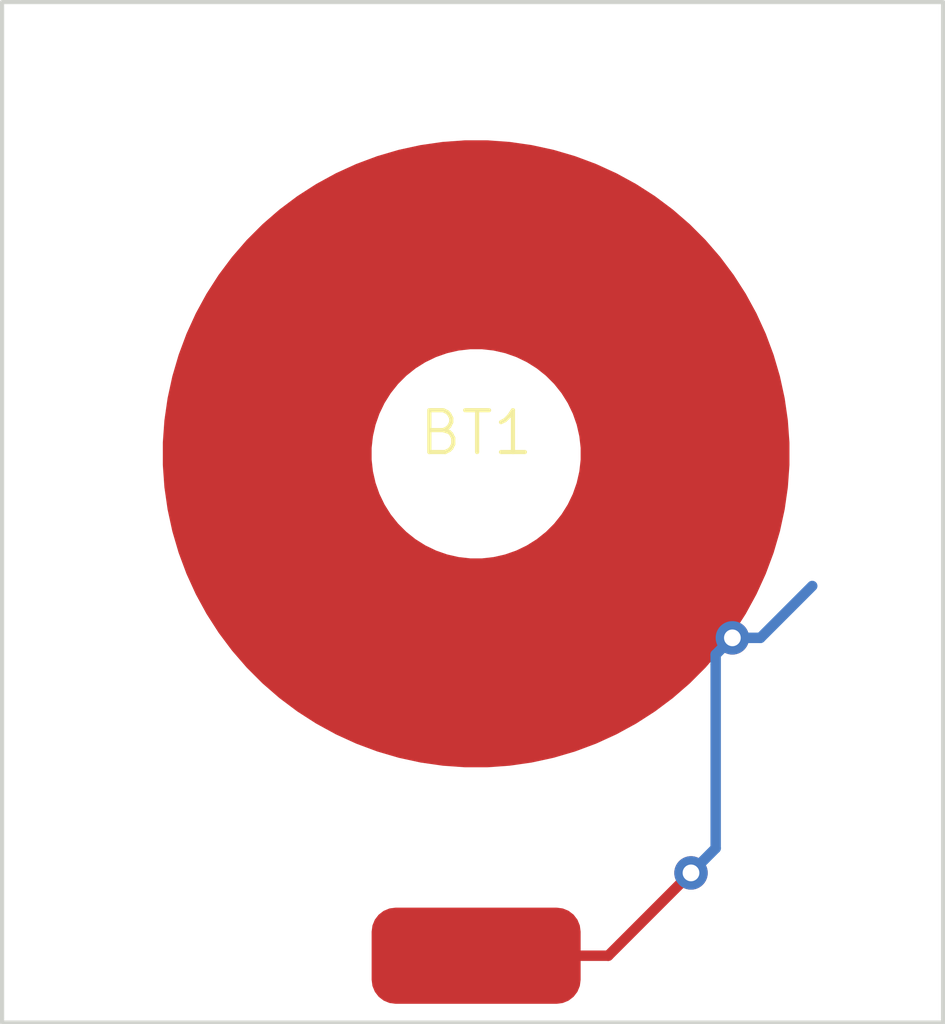
<source format=kicad_pcb>
(kicad_pcb (version 20221018) (generator pcbnew)
  (layers (0 "F.Cu" signal) (31 "B.Cu" signal) (34 "B.Paste" user) (35 "F.Paste" user) (36 "B.SilkS" user "B.Silkscreen") (37 "F.SilkS" user "F.Silkscreen") (38 "B.Mask" user) (39 "F.Mask" user) (44 "Edge.Cuts" user))
  (net 0 "")
  (net 1 "unconnected-(BT1-+-Pad1)")
  (footprint "repo:LIR2032" (layer "F.Cu") (at 26.23 25.23)
    (fp_text reference "BT1" (at 0 -0.5 unlocked) (layer "F.SilkS") (effects (font (thickness 0.1))))
    (fp_text value "LIR2032")
    (pad "1" smd roundrect (at 0 12) (size 5 2.3) (layers "F.Cu" "F.Mask") (net 1 "unconnected-(BT1-+-Pad1)"))
    (pad "2" smd custom (at 0 0) (size 0.001 0.001) (layers "F.Cu" "F.Paste" "F.Mask") (options (clearance outline) (anchor circle)) (primitives (gr_circle (center 0 0) (end 5 0) (width 5) (fill none))))
  )
  (gr_rect (start 14.89 14.43) (end 37.4 38.83) (stroke (width 0.1)) (fill none) (layer "Edge.Cuts"))
  (segment (start 26.23 37.23) (end 29.39 37.23) (width 0.25) (layer "F.Cu") (net 1))
  (segment (start 29.39 37.23) (end 31.37 35.25) (width 0.25) (layer "F.Cu") (net 1))
  (via (at 31.37 35.25) (size 0.8) (drill 0.4) (layers "F.Cu" "B.Cu") (net 1))
  (via (at 32.36 29.63) (size 0.8) (drill 0.4) (layers "F.Cu" "B.Cu") (net 1))
  (segment (start 32.36 29.63) (end 33.03 29.63) (width 0.25) (layer "B.Cu") (net 1))
  (segment (start 31.96 30.03) (end 31.96 34.66) (width 0.25) (layer "B.Cu") (net 1))
  (segment (start 33.03 29.63) (end 34.27 28.39) (width 0.25) (layer "B.Cu") (net 1))
  (segment (start 32.36 29.63) (end 31.96 30.03) (width 0.25) (layer "B.Cu") (net 1))
  (segment (start 31.96 34.66) (end 31.37 35.25) (width 0.25) (layer "B.Cu") (net 1))
)
</source>
